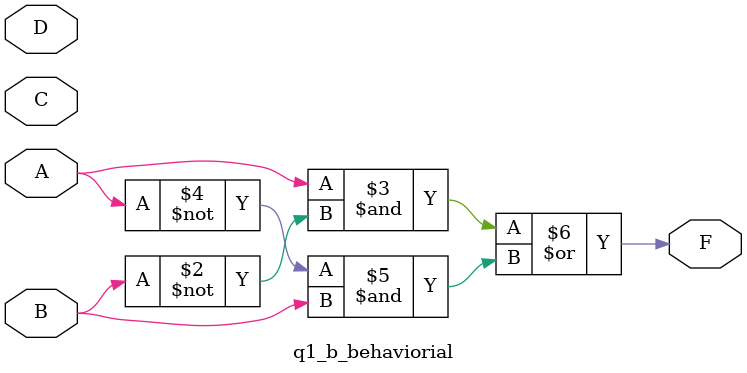
<source format=v>
`timescale 1ns / 1ps

module q1_b_behaviorial(A, B, C, D, F );
    input wire A, B, C, D;
    output reg F;
    
    always@(*) begin
    
    F = ((A & ~B) | (~A & B)) & ( C | ~C);
    
    end
endmodule



</source>
